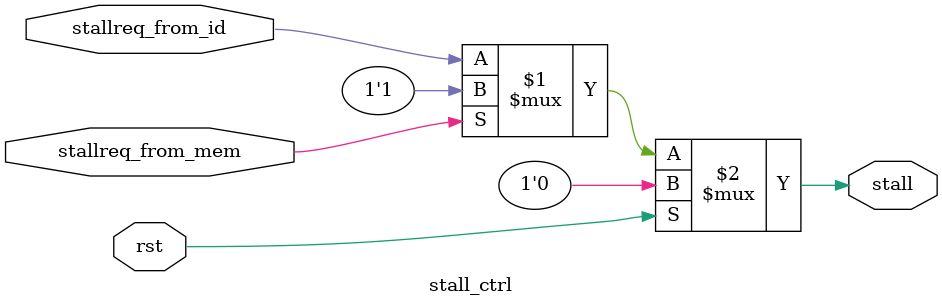
<source format=v>
`timescale 1ns / 1ps


module stall_ctrl(
    input   wire    rst,
    input   wire    stallreq_from_id,
    input   wire    stallreq_from_mem,
    output  wire    stall
    );
  
  assign stall = rst ? 1'b0 : 
                 stallreq_from_mem ? 1'b1 : 
                 stallreq_from_id;
                 
  // stallreq_from_id = 1 Ê±£¬ÐèÒª IF£¨pc_reg£©Ä£¿éÔÝÍ£pc±ä»¯¡¢IF/IDÄ£¿éÔÝÍ£È¡Öµ¡¢ID/EXÄ£¿éµÈÐ§¸´Î»
  // stallreq_from_mem = 1 Ê±£¬½öÐèÒª IF£¨pc_reg£©Ä£¿éÔÝÍ£pc±ä»¯¡¢IF/IDÄ£¿éÔÝÍ£È¡Öµ¡¢
endmodule

</source>
